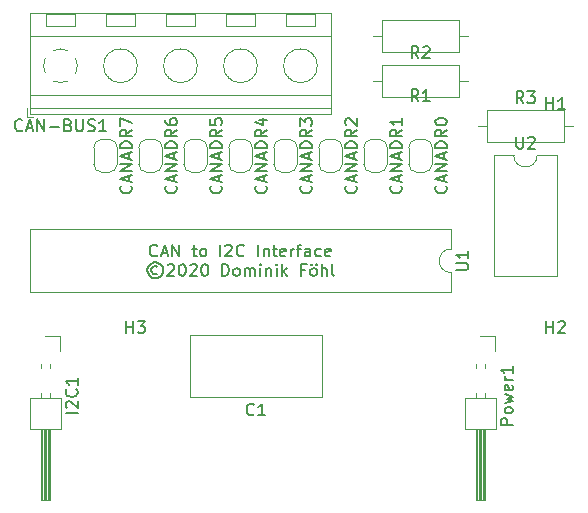
<source format=gbr>
G04 #@! TF.GenerationSoftware,KiCad,Pcbnew,(5.1.5)-3*
G04 #@! TF.CreationDate,2020-06-02T00:14:17+02:00*
G04 #@! TF.ProjectId,I2CMaster,4932434d-6173-4746-9572-2e6b69636164,rev?*
G04 #@! TF.SameCoordinates,Original*
G04 #@! TF.FileFunction,Legend,Top*
G04 #@! TF.FilePolarity,Positive*
%FSLAX46Y46*%
G04 Gerber Fmt 4.6, Leading zero omitted, Abs format (unit mm)*
G04 Created by KiCad (PCBNEW (5.1.5)-3) date 2020-06-02 00:14:17*
%MOMM*%
%LPD*%
G04 APERTURE LIST*
%ADD10C,0.150000*%
%ADD11C,0.120000*%
G04 APERTURE END LIST*
D10*
X330772380Y-252262142D02*
X330724761Y-252309761D01*
X330581904Y-252357380D01*
X330486666Y-252357380D01*
X330343809Y-252309761D01*
X330248571Y-252214523D01*
X330200952Y-252119285D01*
X330153333Y-251928809D01*
X330153333Y-251785952D01*
X330200952Y-251595476D01*
X330248571Y-251500238D01*
X330343809Y-251405000D01*
X330486666Y-251357380D01*
X330581904Y-251357380D01*
X330724761Y-251405000D01*
X330772380Y-251452619D01*
X331153333Y-252071666D02*
X331629523Y-252071666D01*
X331058095Y-252357380D02*
X331391428Y-251357380D01*
X331724761Y-252357380D01*
X332058095Y-252357380D02*
X332058095Y-251357380D01*
X332629523Y-252357380D01*
X332629523Y-251357380D01*
X333724761Y-251690714D02*
X334105714Y-251690714D01*
X333867619Y-251357380D02*
X333867619Y-252214523D01*
X333915238Y-252309761D01*
X334010476Y-252357380D01*
X334105714Y-252357380D01*
X334581904Y-252357380D02*
X334486666Y-252309761D01*
X334439047Y-252262142D01*
X334391428Y-252166904D01*
X334391428Y-251881190D01*
X334439047Y-251785952D01*
X334486666Y-251738333D01*
X334581904Y-251690714D01*
X334724761Y-251690714D01*
X334820000Y-251738333D01*
X334867619Y-251785952D01*
X334915238Y-251881190D01*
X334915238Y-252166904D01*
X334867619Y-252262142D01*
X334820000Y-252309761D01*
X334724761Y-252357380D01*
X334581904Y-252357380D01*
X336105714Y-252357380D02*
X336105714Y-251357380D01*
X336534285Y-251452619D02*
X336581904Y-251405000D01*
X336677142Y-251357380D01*
X336915238Y-251357380D01*
X337010476Y-251405000D01*
X337058095Y-251452619D01*
X337105714Y-251547857D01*
X337105714Y-251643095D01*
X337058095Y-251785952D01*
X336486666Y-252357380D01*
X337105714Y-252357380D01*
X338105714Y-252262142D02*
X338058095Y-252309761D01*
X337915238Y-252357380D01*
X337820000Y-252357380D01*
X337677142Y-252309761D01*
X337581904Y-252214523D01*
X337534285Y-252119285D01*
X337486666Y-251928809D01*
X337486666Y-251785952D01*
X337534285Y-251595476D01*
X337581904Y-251500238D01*
X337677142Y-251405000D01*
X337820000Y-251357380D01*
X337915238Y-251357380D01*
X338058095Y-251405000D01*
X338105714Y-251452619D01*
X339296190Y-252357380D02*
X339296190Y-251357380D01*
X339772380Y-251690714D02*
X339772380Y-252357380D01*
X339772380Y-251785952D02*
X339820000Y-251738333D01*
X339915238Y-251690714D01*
X340058095Y-251690714D01*
X340153333Y-251738333D01*
X340200952Y-251833571D01*
X340200952Y-252357380D01*
X340534285Y-251690714D02*
X340915238Y-251690714D01*
X340677142Y-251357380D02*
X340677142Y-252214523D01*
X340724761Y-252309761D01*
X340820000Y-252357380D01*
X340915238Y-252357380D01*
X341629523Y-252309761D02*
X341534285Y-252357380D01*
X341343809Y-252357380D01*
X341248571Y-252309761D01*
X341200952Y-252214523D01*
X341200952Y-251833571D01*
X341248571Y-251738333D01*
X341343809Y-251690714D01*
X341534285Y-251690714D01*
X341629523Y-251738333D01*
X341677142Y-251833571D01*
X341677142Y-251928809D01*
X341200952Y-252024047D01*
X342105714Y-252357380D02*
X342105714Y-251690714D01*
X342105714Y-251881190D02*
X342153333Y-251785952D01*
X342200952Y-251738333D01*
X342296190Y-251690714D01*
X342391428Y-251690714D01*
X342581904Y-251690714D02*
X342962857Y-251690714D01*
X342724761Y-252357380D02*
X342724761Y-251500238D01*
X342772380Y-251405000D01*
X342867619Y-251357380D01*
X342962857Y-251357380D01*
X343724761Y-252357380D02*
X343724761Y-251833571D01*
X343677142Y-251738333D01*
X343581904Y-251690714D01*
X343391428Y-251690714D01*
X343296190Y-251738333D01*
X343724761Y-252309761D02*
X343629523Y-252357380D01*
X343391428Y-252357380D01*
X343296190Y-252309761D01*
X343248571Y-252214523D01*
X343248571Y-252119285D01*
X343296190Y-252024047D01*
X343391428Y-251976428D01*
X343629523Y-251976428D01*
X343724761Y-251928809D01*
X344629523Y-252309761D02*
X344534285Y-252357380D01*
X344343809Y-252357380D01*
X344248571Y-252309761D01*
X344200952Y-252262142D01*
X344153333Y-252166904D01*
X344153333Y-251881190D01*
X344200952Y-251785952D01*
X344248571Y-251738333D01*
X344343809Y-251690714D01*
X344534285Y-251690714D01*
X344629523Y-251738333D01*
X345439047Y-252309761D02*
X345343809Y-252357380D01*
X345153333Y-252357380D01*
X345058095Y-252309761D01*
X345010476Y-252214523D01*
X345010476Y-251833571D01*
X345058095Y-251738333D01*
X345153333Y-251690714D01*
X345343809Y-251690714D01*
X345439047Y-251738333D01*
X345486666Y-251833571D01*
X345486666Y-251928809D01*
X345010476Y-252024047D01*
X330796190Y-253245476D02*
X330700952Y-253197857D01*
X330510476Y-253197857D01*
X330415238Y-253245476D01*
X330320000Y-253340714D01*
X330272380Y-253435952D01*
X330272380Y-253626428D01*
X330320000Y-253721666D01*
X330415238Y-253816904D01*
X330510476Y-253864523D01*
X330700952Y-253864523D01*
X330796190Y-253816904D01*
X330605714Y-252864523D02*
X330367619Y-252912142D01*
X330129523Y-253055000D01*
X329986666Y-253293095D01*
X329939047Y-253531190D01*
X329986666Y-253769285D01*
X330129523Y-254007380D01*
X330367619Y-254150238D01*
X330605714Y-254197857D01*
X330843809Y-254150238D01*
X331081904Y-254007380D01*
X331224761Y-253769285D01*
X331272380Y-253531190D01*
X331224761Y-253293095D01*
X331081904Y-253055000D01*
X330843809Y-252912142D01*
X330605714Y-252864523D01*
X331653333Y-253102619D02*
X331700952Y-253055000D01*
X331796190Y-253007380D01*
X332034285Y-253007380D01*
X332129523Y-253055000D01*
X332177142Y-253102619D01*
X332224761Y-253197857D01*
X332224761Y-253293095D01*
X332177142Y-253435952D01*
X331605714Y-254007380D01*
X332224761Y-254007380D01*
X332843809Y-253007380D02*
X332939047Y-253007380D01*
X333034285Y-253055000D01*
X333081904Y-253102619D01*
X333129523Y-253197857D01*
X333177142Y-253388333D01*
X333177142Y-253626428D01*
X333129523Y-253816904D01*
X333081904Y-253912142D01*
X333034285Y-253959761D01*
X332939047Y-254007380D01*
X332843809Y-254007380D01*
X332748571Y-253959761D01*
X332700952Y-253912142D01*
X332653333Y-253816904D01*
X332605714Y-253626428D01*
X332605714Y-253388333D01*
X332653333Y-253197857D01*
X332700952Y-253102619D01*
X332748571Y-253055000D01*
X332843809Y-253007380D01*
X333558095Y-253102619D02*
X333605714Y-253055000D01*
X333700952Y-253007380D01*
X333939047Y-253007380D01*
X334034285Y-253055000D01*
X334081904Y-253102619D01*
X334129523Y-253197857D01*
X334129523Y-253293095D01*
X334081904Y-253435952D01*
X333510476Y-254007380D01*
X334129523Y-254007380D01*
X334748571Y-253007380D02*
X334843809Y-253007380D01*
X334939047Y-253055000D01*
X334986666Y-253102619D01*
X335034285Y-253197857D01*
X335081904Y-253388333D01*
X335081904Y-253626428D01*
X335034285Y-253816904D01*
X334986666Y-253912142D01*
X334939047Y-253959761D01*
X334843809Y-254007380D01*
X334748571Y-254007380D01*
X334653333Y-253959761D01*
X334605714Y-253912142D01*
X334558095Y-253816904D01*
X334510476Y-253626428D01*
X334510476Y-253388333D01*
X334558095Y-253197857D01*
X334605714Y-253102619D01*
X334653333Y-253055000D01*
X334748571Y-253007380D01*
X336272380Y-254007380D02*
X336272380Y-253007380D01*
X336510476Y-253007380D01*
X336653333Y-253055000D01*
X336748571Y-253150238D01*
X336796190Y-253245476D01*
X336843809Y-253435952D01*
X336843809Y-253578809D01*
X336796190Y-253769285D01*
X336748571Y-253864523D01*
X336653333Y-253959761D01*
X336510476Y-254007380D01*
X336272380Y-254007380D01*
X337415238Y-254007380D02*
X337320000Y-253959761D01*
X337272380Y-253912142D01*
X337224761Y-253816904D01*
X337224761Y-253531190D01*
X337272380Y-253435952D01*
X337320000Y-253388333D01*
X337415238Y-253340714D01*
X337558095Y-253340714D01*
X337653333Y-253388333D01*
X337700952Y-253435952D01*
X337748571Y-253531190D01*
X337748571Y-253816904D01*
X337700952Y-253912142D01*
X337653333Y-253959761D01*
X337558095Y-254007380D01*
X337415238Y-254007380D01*
X338177142Y-254007380D02*
X338177142Y-253340714D01*
X338177142Y-253435952D02*
X338224761Y-253388333D01*
X338320000Y-253340714D01*
X338462857Y-253340714D01*
X338558095Y-253388333D01*
X338605714Y-253483571D01*
X338605714Y-254007380D01*
X338605714Y-253483571D02*
X338653333Y-253388333D01*
X338748571Y-253340714D01*
X338891428Y-253340714D01*
X338986666Y-253388333D01*
X339034285Y-253483571D01*
X339034285Y-254007380D01*
X339510476Y-254007380D02*
X339510476Y-253340714D01*
X339510476Y-253007380D02*
X339462857Y-253055000D01*
X339510476Y-253102619D01*
X339558095Y-253055000D01*
X339510476Y-253007380D01*
X339510476Y-253102619D01*
X339986666Y-253340714D02*
X339986666Y-254007380D01*
X339986666Y-253435952D02*
X340034285Y-253388333D01*
X340129523Y-253340714D01*
X340272380Y-253340714D01*
X340367619Y-253388333D01*
X340415238Y-253483571D01*
X340415238Y-254007380D01*
X340891428Y-254007380D02*
X340891428Y-253340714D01*
X340891428Y-253007380D02*
X340843809Y-253055000D01*
X340891428Y-253102619D01*
X340939047Y-253055000D01*
X340891428Y-253007380D01*
X340891428Y-253102619D01*
X341367619Y-254007380D02*
X341367619Y-253007380D01*
X341462857Y-253626428D02*
X341748571Y-254007380D01*
X341748571Y-253340714D02*
X341367619Y-253721666D01*
X343272380Y-253483571D02*
X342939047Y-253483571D01*
X342939047Y-254007380D02*
X342939047Y-253007380D01*
X343415238Y-253007380D01*
X343939047Y-254007380D02*
X343843809Y-253959761D01*
X343796190Y-253912142D01*
X343748571Y-253816904D01*
X343748571Y-253531190D01*
X343796190Y-253435952D01*
X343843809Y-253388333D01*
X343939047Y-253340714D01*
X344081904Y-253340714D01*
X344177142Y-253388333D01*
X344224761Y-253435952D01*
X344272380Y-253531190D01*
X344272380Y-253816904D01*
X344224761Y-253912142D01*
X344177142Y-253959761D01*
X344081904Y-254007380D01*
X343939047Y-254007380D01*
X343843809Y-253007380D02*
X343891428Y-253055000D01*
X343843809Y-253102619D01*
X343796190Y-253055000D01*
X343843809Y-253007380D01*
X343843809Y-253102619D01*
X344224761Y-253007380D02*
X344272380Y-253055000D01*
X344224761Y-253102619D01*
X344177142Y-253055000D01*
X344224761Y-253007380D01*
X344224761Y-253102619D01*
X344700952Y-254007380D02*
X344700952Y-253007380D01*
X345129523Y-254007380D02*
X345129523Y-253483571D01*
X345081904Y-253388333D01*
X344986666Y-253340714D01*
X344843809Y-253340714D01*
X344748571Y-253388333D01*
X344700952Y-253435952D01*
X345748571Y-254007380D02*
X345653333Y-253959761D01*
X345605714Y-253864523D01*
X345605714Y-253007380D01*
D11*
X365990000Y-241300000D02*
X365220000Y-241300000D01*
X357910000Y-241300000D02*
X358680000Y-241300000D01*
X365220000Y-239930000D02*
X358680000Y-239930000D01*
X365220000Y-242670000D02*
X365220000Y-239930000D01*
X358680000Y-242670000D02*
X365220000Y-242670000D01*
X358680000Y-239930000D02*
X358680000Y-242670000D01*
X359410000Y-259080000D02*
X359410000Y-260350000D01*
X358140000Y-259080000D02*
X359410000Y-259080000D01*
X357760000Y-261460000D02*
X357760000Y-261847071D01*
X358520000Y-261460000D02*
X358520000Y-261847071D01*
X357760000Y-263932929D02*
X357760000Y-264330000D01*
X358520000Y-263932929D02*
X358520000Y-264330000D01*
X357860000Y-266990000D02*
X357860000Y-272990000D01*
X357980000Y-266990000D02*
X357980000Y-272990000D01*
X358100000Y-266990000D02*
X358100000Y-272990000D01*
X358220000Y-266990000D02*
X358220000Y-272990000D01*
X358340000Y-266990000D02*
X358340000Y-272990000D01*
X358460000Y-266990000D02*
X358460000Y-272990000D01*
X357760000Y-272990000D02*
X357760000Y-266990000D01*
X358520000Y-272990000D02*
X357760000Y-272990000D01*
X358520000Y-266990000D02*
X358520000Y-272990000D01*
X359470000Y-266990000D02*
X359470000Y-264330000D01*
X356810000Y-266990000D02*
X359470000Y-266990000D01*
X356810000Y-264330000D02*
X356810000Y-266990000D01*
X359470000Y-264330000D02*
X356810000Y-264330000D01*
X333510000Y-264240000D02*
X333510000Y-259000000D01*
X344750000Y-264240000D02*
X344750000Y-259000000D01*
X344750000Y-259000000D02*
X333510000Y-259000000D01*
X344750000Y-264240000D02*
X333510000Y-264240000D01*
X364600000Y-243780000D02*
X362950000Y-243780000D01*
X364600000Y-254060000D02*
X364600000Y-243780000D01*
X359300000Y-254060000D02*
X364600000Y-254060000D01*
X359300000Y-243780000D02*
X359300000Y-254060000D01*
X360950000Y-243780000D02*
X359300000Y-243780000D01*
X362950000Y-243780000D02*
G75*
G02X360950000Y-243780000I-1000000J0D01*
G01*
X355660000Y-255380000D02*
X355660000Y-253730000D01*
X319980000Y-255380000D02*
X355660000Y-255380000D01*
X319980000Y-250080000D02*
X319980000Y-255380000D01*
X355660000Y-250080000D02*
X319980000Y-250080000D01*
X355660000Y-251730000D02*
X355660000Y-250080000D01*
X355660000Y-253730000D02*
G75*
G02X355660000Y-251730000I0J1000000D01*
G01*
X357100000Y-237490000D02*
X356330000Y-237490000D01*
X349020000Y-237490000D02*
X349790000Y-237490000D01*
X356330000Y-236120000D02*
X349790000Y-236120000D01*
X356330000Y-238860000D02*
X356330000Y-236120000D01*
X349790000Y-238860000D02*
X356330000Y-238860000D01*
X349790000Y-236120000D02*
X349790000Y-238860000D01*
X349020000Y-233680000D02*
X349790000Y-233680000D01*
X357100000Y-233680000D02*
X356330000Y-233680000D01*
X349790000Y-235050000D02*
X356330000Y-235050000D01*
X349790000Y-232310000D02*
X349790000Y-235050000D01*
X356330000Y-232310000D02*
X349790000Y-232310000D01*
X356330000Y-235050000D02*
X356330000Y-232310000D01*
X319740000Y-240570000D02*
X320240000Y-240570000D01*
X319740000Y-239830000D02*
X319740000Y-240570000D01*
X344150000Y-231820000D02*
X344150000Y-232820000D01*
X341650000Y-231820000D02*
X341650000Y-232820000D01*
X341650000Y-232820000D02*
X344150000Y-232820000D01*
X341650000Y-231820000D02*
X344150000Y-231820000D01*
X341876000Y-237070000D02*
X341816000Y-237130000D01*
X343811000Y-235135000D02*
X343771000Y-235175000D01*
X342030000Y-237265000D02*
X341990000Y-237305000D01*
X343985000Y-235310000D02*
X343925000Y-235369000D01*
X339070000Y-231820000D02*
X339070000Y-232820000D01*
X336570000Y-231820000D02*
X336570000Y-232820000D01*
X336570000Y-232820000D02*
X339070000Y-232820000D01*
X336570000Y-231820000D02*
X339070000Y-231820000D01*
X336796000Y-237070000D02*
X336736000Y-237130000D01*
X338731000Y-235135000D02*
X338691000Y-235175000D01*
X336950000Y-237265000D02*
X336910000Y-237305000D01*
X338905000Y-235310000D02*
X338845000Y-235369000D01*
X333990000Y-231820000D02*
X333990000Y-232820000D01*
X331490000Y-231820000D02*
X331490000Y-232820000D01*
X331490000Y-232820000D02*
X333990000Y-232820000D01*
X331490000Y-231820000D02*
X333990000Y-231820000D01*
X331716000Y-237070000D02*
X331656000Y-237130000D01*
X333651000Y-235135000D02*
X333611000Y-235175000D01*
X331870000Y-237265000D02*
X331830000Y-237305000D01*
X333825000Y-235310000D02*
X333765000Y-235369000D01*
X328910000Y-231820000D02*
X328910000Y-232820000D01*
X326410000Y-231820000D02*
X326410000Y-232820000D01*
X326410000Y-232820000D02*
X328910000Y-232820000D01*
X326410000Y-231820000D02*
X328910000Y-231820000D01*
X326636000Y-237070000D02*
X326576000Y-237130000D01*
X328571000Y-235135000D02*
X328531000Y-235175000D01*
X326790000Y-237265000D02*
X326750000Y-237305000D01*
X328745000Y-235310000D02*
X328685000Y-235369000D01*
X323830000Y-231820000D02*
X323830000Y-232820000D01*
X321330000Y-231820000D02*
X321330000Y-232820000D01*
X321330000Y-232820000D02*
X323830000Y-232820000D01*
X321330000Y-231820000D02*
X323830000Y-231820000D01*
X345500000Y-231760000D02*
X345500000Y-240330000D01*
X319980000Y-231760000D02*
X319980000Y-240330000D01*
X319980000Y-240330000D02*
X345500000Y-240330000D01*
X319980000Y-231760000D02*
X345500000Y-231760000D01*
X319980000Y-233670000D02*
X345500000Y-233670000D01*
X319980000Y-238670000D02*
X345500000Y-238670000D01*
X319980000Y-239770000D02*
X345500000Y-239770000D01*
X344330000Y-236220000D02*
G75*
G03X344330000Y-236220000I-1430000J0D01*
G01*
X339250000Y-236220000D02*
G75*
G03X339250000Y-236220000I-1430000J0D01*
G01*
X334170000Y-236220000D02*
G75*
G03X334170000Y-236220000I-1430000J0D01*
G01*
X329090000Y-236220000D02*
G75*
G03X329090000Y-236220000I-1430000J0D01*
G01*
X322604280Y-237650940D02*
G75*
G02X321952000Y-237506000I-24280J1430940D01*
G01*
X321293389Y-236846746D02*
G75*
G02X321294000Y-235592000I1286611J626746D01*
G01*
X321952638Y-234934176D02*
G75*
G02X323207000Y-234934000I627362J-1285824D01*
G01*
X323865824Y-235592638D02*
G75*
G02X323866000Y-236847000I-1285824J-627362D01*
G01*
X323206871Y-237505275D02*
G75*
G02X322580000Y-237650000I-626871J1285275D01*
G01*
X327390000Y-243140000D02*
X327390000Y-244540000D01*
X326690000Y-245240000D02*
X326090000Y-245240000D01*
X325390000Y-244540000D02*
X325390000Y-243140000D01*
X326090000Y-242440000D02*
X326690000Y-242440000D01*
X326690000Y-242440000D02*
G75*
G02X327390000Y-243140000I0J-700000D01*
G01*
X325390000Y-243140000D02*
G75*
G02X326090000Y-242440000I700000J0D01*
G01*
X326090000Y-245240000D02*
G75*
G02X325390000Y-244540000I0J700000D01*
G01*
X327390000Y-244540000D02*
G75*
G02X326690000Y-245240000I-700000J0D01*
G01*
X331200000Y-243140000D02*
X331200000Y-244540000D01*
X330500000Y-245240000D02*
X329900000Y-245240000D01*
X329200000Y-244540000D02*
X329200000Y-243140000D01*
X329900000Y-242440000D02*
X330500000Y-242440000D01*
X330500000Y-242440000D02*
G75*
G02X331200000Y-243140000I0J-700000D01*
G01*
X329200000Y-243140000D02*
G75*
G02X329900000Y-242440000I700000J0D01*
G01*
X329900000Y-245240000D02*
G75*
G02X329200000Y-244540000I0J700000D01*
G01*
X331200000Y-244540000D02*
G75*
G02X330500000Y-245240000I-700000J0D01*
G01*
X335010000Y-243140000D02*
X335010000Y-244540000D01*
X334310000Y-245240000D02*
X333710000Y-245240000D01*
X333010000Y-244540000D02*
X333010000Y-243140000D01*
X333710000Y-242440000D02*
X334310000Y-242440000D01*
X334310000Y-242440000D02*
G75*
G02X335010000Y-243140000I0J-700000D01*
G01*
X333010000Y-243140000D02*
G75*
G02X333710000Y-242440000I700000J0D01*
G01*
X333710000Y-245240000D02*
G75*
G02X333010000Y-244540000I0J700000D01*
G01*
X335010000Y-244540000D02*
G75*
G02X334310000Y-245240000I-700000J0D01*
G01*
X338820000Y-243140000D02*
X338820000Y-244540000D01*
X338120000Y-245240000D02*
X337520000Y-245240000D01*
X336820000Y-244540000D02*
X336820000Y-243140000D01*
X337520000Y-242440000D02*
X338120000Y-242440000D01*
X338120000Y-242440000D02*
G75*
G02X338820000Y-243140000I0J-700000D01*
G01*
X336820000Y-243140000D02*
G75*
G02X337520000Y-242440000I700000J0D01*
G01*
X337520000Y-245240000D02*
G75*
G02X336820000Y-244540000I0J700000D01*
G01*
X338820000Y-244540000D02*
G75*
G02X338120000Y-245240000I-700000J0D01*
G01*
X342630000Y-243140000D02*
X342630000Y-244540000D01*
X341930000Y-245240000D02*
X341330000Y-245240000D01*
X340630000Y-244540000D02*
X340630000Y-243140000D01*
X341330000Y-242440000D02*
X341930000Y-242440000D01*
X341930000Y-242440000D02*
G75*
G02X342630000Y-243140000I0J-700000D01*
G01*
X340630000Y-243140000D02*
G75*
G02X341330000Y-242440000I700000J0D01*
G01*
X341330000Y-245240000D02*
G75*
G02X340630000Y-244540000I0J700000D01*
G01*
X342630000Y-244540000D02*
G75*
G02X341930000Y-245240000I-700000J0D01*
G01*
X346440000Y-243140000D02*
X346440000Y-244540000D01*
X345740000Y-245240000D02*
X345140000Y-245240000D01*
X344440000Y-244540000D02*
X344440000Y-243140000D01*
X345140000Y-242440000D02*
X345740000Y-242440000D01*
X345740000Y-242440000D02*
G75*
G02X346440000Y-243140000I0J-700000D01*
G01*
X344440000Y-243140000D02*
G75*
G02X345140000Y-242440000I700000J0D01*
G01*
X345140000Y-245240000D02*
G75*
G02X344440000Y-244540000I0J700000D01*
G01*
X346440000Y-244540000D02*
G75*
G02X345740000Y-245240000I-700000J0D01*
G01*
X350250000Y-243140000D02*
X350250000Y-244540000D01*
X349550000Y-245240000D02*
X348950000Y-245240000D01*
X348250000Y-244540000D02*
X348250000Y-243140000D01*
X348950000Y-242440000D02*
X349550000Y-242440000D01*
X349550000Y-242440000D02*
G75*
G02X350250000Y-243140000I0J-700000D01*
G01*
X348250000Y-243140000D02*
G75*
G02X348950000Y-242440000I700000J0D01*
G01*
X348950000Y-245240000D02*
G75*
G02X348250000Y-244540000I0J700000D01*
G01*
X350250000Y-244540000D02*
G75*
G02X349550000Y-245240000I-700000J0D01*
G01*
X354060000Y-243140000D02*
X354060000Y-244540000D01*
X353360000Y-245240000D02*
X352760000Y-245240000D01*
X352060000Y-244540000D02*
X352060000Y-243140000D01*
X352760000Y-242440000D02*
X353360000Y-242440000D01*
X353360000Y-242440000D02*
G75*
G02X354060000Y-243140000I0J-700000D01*
G01*
X352060000Y-243140000D02*
G75*
G02X352760000Y-242440000I700000J0D01*
G01*
X352760000Y-245240000D02*
G75*
G02X352060000Y-244540000I0J700000D01*
G01*
X354060000Y-244540000D02*
G75*
G02X353360000Y-245240000I-700000J0D01*
G01*
X322580000Y-259080000D02*
X322580000Y-260350000D01*
X321310000Y-259080000D02*
X322580000Y-259080000D01*
X320930000Y-261460000D02*
X320930000Y-261847071D01*
X321690000Y-261460000D02*
X321690000Y-261847071D01*
X320930000Y-263932929D02*
X320930000Y-264330000D01*
X321690000Y-263932929D02*
X321690000Y-264330000D01*
X321030000Y-266990000D02*
X321030000Y-272990000D01*
X321150000Y-266990000D02*
X321150000Y-272990000D01*
X321270000Y-266990000D02*
X321270000Y-272990000D01*
X321390000Y-266990000D02*
X321390000Y-272990000D01*
X321510000Y-266990000D02*
X321510000Y-272990000D01*
X321630000Y-266990000D02*
X321630000Y-272990000D01*
X320930000Y-272990000D02*
X320930000Y-266990000D01*
X321690000Y-272990000D02*
X320930000Y-272990000D01*
X321690000Y-266990000D02*
X321690000Y-272990000D01*
X322640000Y-266990000D02*
X322640000Y-264330000D01*
X319980000Y-266990000D02*
X322640000Y-266990000D01*
X319980000Y-264330000D02*
X319980000Y-266990000D01*
X322640000Y-264330000D02*
X319980000Y-264330000D01*
D10*
X361783333Y-239382380D02*
X361450000Y-238906190D01*
X361211904Y-239382380D02*
X361211904Y-238382380D01*
X361592857Y-238382380D01*
X361688095Y-238430000D01*
X361735714Y-238477619D01*
X361783333Y-238572857D01*
X361783333Y-238715714D01*
X361735714Y-238810952D01*
X361688095Y-238858571D01*
X361592857Y-238906190D01*
X361211904Y-238906190D01*
X362116666Y-238382380D02*
X362735714Y-238382380D01*
X362402380Y-238763333D01*
X362545238Y-238763333D01*
X362640476Y-238810952D01*
X362688095Y-238858571D01*
X362735714Y-238953809D01*
X362735714Y-239191904D01*
X362688095Y-239287142D01*
X362640476Y-239334761D01*
X362545238Y-239382380D01*
X362259523Y-239382380D01*
X362164285Y-239334761D01*
X362116666Y-239287142D01*
X360862380Y-266612380D02*
X359862380Y-266612380D01*
X359862380Y-266231428D01*
X359910000Y-266136190D01*
X359957619Y-266088571D01*
X360052857Y-266040952D01*
X360195714Y-266040952D01*
X360290952Y-266088571D01*
X360338571Y-266136190D01*
X360386190Y-266231428D01*
X360386190Y-266612380D01*
X360862380Y-265469523D02*
X360814761Y-265564761D01*
X360767142Y-265612380D01*
X360671904Y-265660000D01*
X360386190Y-265660000D01*
X360290952Y-265612380D01*
X360243333Y-265564761D01*
X360195714Y-265469523D01*
X360195714Y-265326666D01*
X360243333Y-265231428D01*
X360290952Y-265183809D01*
X360386190Y-265136190D01*
X360671904Y-265136190D01*
X360767142Y-265183809D01*
X360814761Y-265231428D01*
X360862380Y-265326666D01*
X360862380Y-265469523D01*
X360195714Y-264802857D02*
X360862380Y-264612380D01*
X360386190Y-264421904D01*
X360862380Y-264231428D01*
X360195714Y-264040952D01*
X360814761Y-263279047D02*
X360862380Y-263374285D01*
X360862380Y-263564761D01*
X360814761Y-263660000D01*
X360719523Y-263707619D01*
X360338571Y-263707619D01*
X360243333Y-263660000D01*
X360195714Y-263564761D01*
X360195714Y-263374285D01*
X360243333Y-263279047D01*
X360338571Y-263231428D01*
X360433809Y-263231428D01*
X360529047Y-263707619D01*
X360862380Y-262802857D02*
X360195714Y-262802857D01*
X360386190Y-262802857D02*
X360290952Y-262755238D01*
X360243333Y-262707619D01*
X360195714Y-262612380D01*
X360195714Y-262517142D01*
X360862380Y-261660000D02*
X360862380Y-262231428D01*
X360862380Y-261945714D02*
X359862380Y-261945714D01*
X360005238Y-262040952D01*
X360100476Y-262136190D01*
X360148095Y-262231428D01*
X338963333Y-265727142D02*
X338915714Y-265774761D01*
X338772857Y-265822380D01*
X338677619Y-265822380D01*
X338534761Y-265774761D01*
X338439523Y-265679523D01*
X338391904Y-265584285D01*
X338344285Y-265393809D01*
X338344285Y-265250952D01*
X338391904Y-265060476D01*
X338439523Y-264965238D01*
X338534761Y-264870000D01*
X338677619Y-264822380D01*
X338772857Y-264822380D01*
X338915714Y-264870000D01*
X338963333Y-264917619D01*
X339915714Y-265822380D02*
X339344285Y-265822380D01*
X339630000Y-265822380D02*
X339630000Y-264822380D01*
X339534761Y-264965238D01*
X339439523Y-265060476D01*
X339344285Y-265108095D01*
X328168095Y-258842380D02*
X328168095Y-257842380D01*
X328168095Y-258318571D02*
X328739523Y-258318571D01*
X328739523Y-258842380D02*
X328739523Y-257842380D01*
X329120476Y-257842380D02*
X329739523Y-257842380D01*
X329406190Y-258223333D01*
X329549047Y-258223333D01*
X329644285Y-258270952D01*
X329691904Y-258318571D01*
X329739523Y-258413809D01*
X329739523Y-258651904D01*
X329691904Y-258747142D01*
X329644285Y-258794761D01*
X329549047Y-258842380D01*
X329263333Y-258842380D01*
X329168095Y-258794761D01*
X329120476Y-258747142D01*
X363728095Y-258842380D02*
X363728095Y-257842380D01*
X363728095Y-258318571D02*
X364299523Y-258318571D01*
X364299523Y-258842380D02*
X364299523Y-257842380D01*
X364728095Y-257937619D02*
X364775714Y-257890000D01*
X364870952Y-257842380D01*
X365109047Y-257842380D01*
X365204285Y-257890000D01*
X365251904Y-257937619D01*
X365299523Y-258032857D01*
X365299523Y-258128095D01*
X365251904Y-258270952D01*
X364680476Y-258842380D01*
X365299523Y-258842380D01*
X363728095Y-239902380D02*
X363728095Y-238902380D01*
X363728095Y-239378571D02*
X364299523Y-239378571D01*
X364299523Y-239902380D02*
X364299523Y-238902380D01*
X365299523Y-239902380D02*
X364728095Y-239902380D01*
X365013809Y-239902380D02*
X365013809Y-238902380D01*
X364918571Y-239045238D01*
X364823333Y-239140476D01*
X364728095Y-239188095D01*
X361188095Y-242232380D02*
X361188095Y-243041904D01*
X361235714Y-243137142D01*
X361283333Y-243184761D01*
X361378571Y-243232380D01*
X361569047Y-243232380D01*
X361664285Y-243184761D01*
X361711904Y-243137142D01*
X361759523Y-243041904D01*
X361759523Y-242232380D01*
X362188095Y-242327619D02*
X362235714Y-242280000D01*
X362330952Y-242232380D01*
X362569047Y-242232380D01*
X362664285Y-242280000D01*
X362711904Y-242327619D01*
X362759523Y-242422857D01*
X362759523Y-242518095D01*
X362711904Y-242660952D01*
X362140476Y-243232380D01*
X362759523Y-243232380D01*
X356112380Y-253491904D02*
X356921904Y-253491904D01*
X357017142Y-253444285D01*
X357064761Y-253396666D01*
X357112380Y-253301428D01*
X357112380Y-253110952D01*
X357064761Y-253015714D01*
X357017142Y-252968095D01*
X356921904Y-252920476D01*
X356112380Y-252920476D01*
X357112380Y-251920476D02*
X357112380Y-252491904D01*
X357112380Y-252206190D02*
X356112380Y-252206190D01*
X356255238Y-252301428D01*
X356350476Y-252396666D01*
X356398095Y-252491904D01*
X352893333Y-235572380D02*
X352560000Y-235096190D01*
X352321904Y-235572380D02*
X352321904Y-234572380D01*
X352702857Y-234572380D01*
X352798095Y-234620000D01*
X352845714Y-234667619D01*
X352893333Y-234762857D01*
X352893333Y-234905714D01*
X352845714Y-235000952D01*
X352798095Y-235048571D01*
X352702857Y-235096190D01*
X352321904Y-235096190D01*
X353274285Y-234667619D02*
X353321904Y-234620000D01*
X353417142Y-234572380D01*
X353655238Y-234572380D01*
X353750476Y-234620000D01*
X353798095Y-234667619D01*
X353845714Y-234762857D01*
X353845714Y-234858095D01*
X353798095Y-235000952D01*
X353226666Y-235572380D01*
X353845714Y-235572380D01*
X352893333Y-239212380D02*
X352560000Y-238736190D01*
X352321904Y-239212380D02*
X352321904Y-238212380D01*
X352702857Y-238212380D01*
X352798095Y-238260000D01*
X352845714Y-238307619D01*
X352893333Y-238402857D01*
X352893333Y-238545714D01*
X352845714Y-238640952D01*
X352798095Y-238688571D01*
X352702857Y-238736190D01*
X352321904Y-238736190D01*
X353845714Y-239212380D02*
X353274285Y-239212380D01*
X353560000Y-239212380D02*
X353560000Y-238212380D01*
X353464761Y-238355238D01*
X353369523Y-238450476D01*
X353274285Y-238498095D01*
X319341904Y-241657142D02*
X319294285Y-241704761D01*
X319151428Y-241752380D01*
X319056190Y-241752380D01*
X318913333Y-241704761D01*
X318818095Y-241609523D01*
X318770476Y-241514285D01*
X318722857Y-241323809D01*
X318722857Y-241180952D01*
X318770476Y-240990476D01*
X318818095Y-240895238D01*
X318913333Y-240800000D01*
X319056190Y-240752380D01*
X319151428Y-240752380D01*
X319294285Y-240800000D01*
X319341904Y-240847619D01*
X319722857Y-241466666D02*
X320199047Y-241466666D01*
X319627619Y-241752380D02*
X319960952Y-240752380D01*
X320294285Y-241752380D01*
X320627619Y-241752380D02*
X320627619Y-240752380D01*
X321199047Y-241752380D01*
X321199047Y-240752380D01*
X321675238Y-241371428D02*
X322437142Y-241371428D01*
X323246666Y-241228571D02*
X323389523Y-241276190D01*
X323437142Y-241323809D01*
X323484761Y-241419047D01*
X323484761Y-241561904D01*
X323437142Y-241657142D01*
X323389523Y-241704761D01*
X323294285Y-241752380D01*
X322913333Y-241752380D01*
X322913333Y-240752380D01*
X323246666Y-240752380D01*
X323341904Y-240800000D01*
X323389523Y-240847619D01*
X323437142Y-240942857D01*
X323437142Y-241038095D01*
X323389523Y-241133333D01*
X323341904Y-241180952D01*
X323246666Y-241228571D01*
X322913333Y-241228571D01*
X323913333Y-240752380D02*
X323913333Y-241561904D01*
X323960952Y-241657142D01*
X324008571Y-241704761D01*
X324103809Y-241752380D01*
X324294285Y-241752380D01*
X324389523Y-241704761D01*
X324437142Y-241657142D01*
X324484761Y-241561904D01*
X324484761Y-240752380D01*
X324913333Y-241704761D02*
X325056190Y-241752380D01*
X325294285Y-241752380D01*
X325389523Y-241704761D01*
X325437142Y-241657142D01*
X325484761Y-241561904D01*
X325484761Y-241466666D01*
X325437142Y-241371428D01*
X325389523Y-241323809D01*
X325294285Y-241276190D01*
X325103809Y-241228571D01*
X325008571Y-241180952D01*
X324960952Y-241133333D01*
X324913333Y-241038095D01*
X324913333Y-240942857D01*
X324960952Y-240847619D01*
X325008571Y-240800000D01*
X325103809Y-240752380D01*
X325341904Y-240752380D01*
X325484761Y-240800000D01*
X326437142Y-241752380D02*
X325865714Y-241752380D01*
X326151428Y-241752380D02*
X326151428Y-240752380D01*
X326056190Y-240895238D01*
X325960952Y-240990476D01*
X325865714Y-241038095D01*
X328547142Y-246387619D02*
X328594761Y-246435238D01*
X328642380Y-246578095D01*
X328642380Y-246673333D01*
X328594761Y-246816190D01*
X328499523Y-246911428D01*
X328404285Y-246959047D01*
X328213809Y-247006666D01*
X328070952Y-247006666D01*
X327880476Y-246959047D01*
X327785238Y-246911428D01*
X327690000Y-246816190D01*
X327642380Y-246673333D01*
X327642380Y-246578095D01*
X327690000Y-246435238D01*
X327737619Y-246387619D01*
X328356666Y-246006666D02*
X328356666Y-245530476D01*
X328642380Y-246101904D02*
X327642380Y-245768571D01*
X328642380Y-245435238D01*
X328642380Y-245101904D02*
X327642380Y-245101904D01*
X328642380Y-244530476D01*
X327642380Y-244530476D01*
X328356666Y-244101904D02*
X328356666Y-243625714D01*
X328642380Y-244197142D02*
X327642380Y-243863809D01*
X328642380Y-243530476D01*
X328642380Y-243197142D02*
X327642380Y-243197142D01*
X327642380Y-242959047D01*
X327690000Y-242816190D01*
X327785238Y-242720952D01*
X327880476Y-242673333D01*
X328070952Y-242625714D01*
X328213809Y-242625714D01*
X328404285Y-242673333D01*
X328499523Y-242720952D01*
X328594761Y-242816190D01*
X328642380Y-242959047D01*
X328642380Y-243197142D01*
X328642380Y-241625714D02*
X328166190Y-241959047D01*
X328642380Y-242197142D02*
X327642380Y-242197142D01*
X327642380Y-241816190D01*
X327690000Y-241720952D01*
X327737619Y-241673333D01*
X327832857Y-241625714D01*
X327975714Y-241625714D01*
X328070952Y-241673333D01*
X328118571Y-241720952D01*
X328166190Y-241816190D01*
X328166190Y-242197142D01*
X327642380Y-241292380D02*
X327642380Y-240625714D01*
X328642380Y-241054285D01*
X332357142Y-246387619D02*
X332404761Y-246435238D01*
X332452380Y-246578095D01*
X332452380Y-246673333D01*
X332404761Y-246816190D01*
X332309523Y-246911428D01*
X332214285Y-246959047D01*
X332023809Y-247006666D01*
X331880952Y-247006666D01*
X331690476Y-246959047D01*
X331595238Y-246911428D01*
X331500000Y-246816190D01*
X331452380Y-246673333D01*
X331452380Y-246578095D01*
X331500000Y-246435238D01*
X331547619Y-246387619D01*
X332166666Y-246006666D02*
X332166666Y-245530476D01*
X332452380Y-246101904D02*
X331452380Y-245768571D01*
X332452380Y-245435238D01*
X332452380Y-245101904D02*
X331452380Y-245101904D01*
X332452380Y-244530476D01*
X331452380Y-244530476D01*
X332166666Y-244101904D02*
X332166666Y-243625714D01*
X332452380Y-244197142D02*
X331452380Y-243863809D01*
X332452380Y-243530476D01*
X332452380Y-243197142D02*
X331452380Y-243197142D01*
X331452380Y-242959047D01*
X331500000Y-242816190D01*
X331595238Y-242720952D01*
X331690476Y-242673333D01*
X331880952Y-242625714D01*
X332023809Y-242625714D01*
X332214285Y-242673333D01*
X332309523Y-242720952D01*
X332404761Y-242816190D01*
X332452380Y-242959047D01*
X332452380Y-243197142D01*
X332452380Y-241625714D02*
X331976190Y-241959047D01*
X332452380Y-242197142D02*
X331452380Y-242197142D01*
X331452380Y-241816190D01*
X331500000Y-241720952D01*
X331547619Y-241673333D01*
X331642857Y-241625714D01*
X331785714Y-241625714D01*
X331880952Y-241673333D01*
X331928571Y-241720952D01*
X331976190Y-241816190D01*
X331976190Y-242197142D01*
X331452380Y-240768571D02*
X331452380Y-240959047D01*
X331500000Y-241054285D01*
X331547619Y-241101904D01*
X331690476Y-241197142D01*
X331880952Y-241244761D01*
X332261904Y-241244761D01*
X332357142Y-241197142D01*
X332404761Y-241149523D01*
X332452380Y-241054285D01*
X332452380Y-240863809D01*
X332404761Y-240768571D01*
X332357142Y-240720952D01*
X332261904Y-240673333D01*
X332023809Y-240673333D01*
X331928571Y-240720952D01*
X331880952Y-240768571D01*
X331833333Y-240863809D01*
X331833333Y-241054285D01*
X331880952Y-241149523D01*
X331928571Y-241197142D01*
X332023809Y-241244761D01*
X336167142Y-246387619D02*
X336214761Y-246435238D01*
X336262380Y-246578095D01*
X336262380Y-246673333D01*
X336214761Y-246816190D01*
X336119523Y-246911428D01*
X336024285Y-246959047D01*
X335833809Y-247006666D01*
X335690952Y-247006666D01*
X335500476Y-246959047D01*
X335405238Y-246911428D01*
X335310000Y-246816190D01*
X335262380Y-246673333D01*
X335262380Y-246578095D01*
X335310000Y-246435238D01*
X335357619Y-246387619D01*
X335976666Y-246006666D02*
X335976666Y-245530476D01*
X336262380Y-246101904D02*
X335262380Y-245768571D01*
X336262380Y-245435238D01*
X336262380Y-245101904D02*
X335262380Y-245101904D01*
X336262380Y-244530476D01*
X335262380Y-244530476D01*
X335976666Y-244101904D02*
X335976666Y-243625714D01*
X336262380Y-244197142D02*
X335262380Y-243863809D01*
X336262380Y-243530476D01*
X336262380Y-243197142D02*
X335262380Y-243197142D01*
X335262380Y-242959047D01*
X335310000Y-242816190D01*
X335405238Y-242720952D01*
X335500476Y-242673333D01*
X335690952Y-242625714D01*
X335833809Y-242625714D01*
X336024285Y-242673333D01*
X336119523Y-242720952D01*
X336214761Y-242816190D01*
X336262380Y-242959047D01*
X336262380Y-243197142D01*
X336262380Y-241625714D02*
X335786190Y-241959047D01*
X336262380Y-242197142D02*
X335262380Y-242197142D01*
X335262380Y-241816190D01*
X335310000Y-241720952D01*
X335357619Y-241673333D01*
X335452857Y-241625714D01*
X335595714Y-241625714D01*
X335690952Y-241673333D01*
X335738571Y-241720952D01*
X335786190Y-241816190D01*
X335786190Y-242197142D01*
X335262380Y-240720952D02*
X335262380Y-241197142D01*
X335738571Y-241244761D01*
X335690952Y-241197142D01*
X335643333Y-241101904D01*
X335643333Y-240863809D01*
X335690952Y-240768571D01*
X335738571Y-240720952D01*
X335833809Y-240673333D01*
X336071904Y-240673333D01*
X336167142Y-240720952D01*
X336214761Y-240768571D01*
X336262380Y-240863809D01*
X336262380Y-241101904D01*
X336214761Y-241197142D01*
X336167142Y-241244761D01*
X339977142Y-246387619D02*
X340024761Y-246435238D01*
X340072380Y-246578095D01*
X340072380Y-246673333D01*
X340024761Y-246816190D01*
X339929523Y-246911428D01*
X339834285Y-246959047D01*
X339643809Y-247006666D01*
X339500952Y-247006666D01*
X339310476Y-246959047D01*
X339215238Y-246911428D01*
X339120000Y-246816190D01*
X339072380Y-246673333D01*
X339072380Y-246578095D01*
X339120000Y-246435238D01*
X339167619Y-246387619D01*
X339786666Y-246006666D02*
X339786666Y-245530476D01*
X340072380Y-246101904D02*
X339072380Y-245768571D01*
X340072380Y-245435238D01*
X340072380Y-245101904D02*
X339072380Y-245101904D01*
X340072380Y-244530476D01*
X339072380Y-244530476D01*
X339786666Y-244101904D02*
X339786666Y-243625714D01*
X340072380Y-244197142D02*
X339072380Y-243863809D01*
X340072380Y-243530476D01*
X340072380Y-243197142D02*
X339072380Y-243197142D01*
X339072380Y-242959047D01*
X339120000Y-242816190D01*
X339215238Y-242720952D01*
X339310476Y-242673333D01*
X339500952Y-242625714D01*
X339643809Y-242625714D01*
X339834285Y-242673333D01*
X339929523Y-242720952D01*
X340024761Y-242816190D01*
X340072380Y-242959047D01*
X340072380Y-243197142D01*
X340072380Y-241625714D02*
X339596190Y-241959047D01*
X340072380Y-242197142D02*
X339072380Y-242197142D01*
X339072380Y-241816190D01*
X339120000Y-241720952D01*
X339167619Y-241673333D01*
X339262857Y-241625714D01*
X339405714Y-241625714D01*
X339500952Y-241673333D01*
X339548571Y-241720952D01*
X339596190Y-241816190D01*
X339596190Y-242197142D01*
X339405714Y-240768571D02*
X340072380Y-240768571D01*
X339024761Y-241006666D02*
X339739047Y-241244761D01*
X339739047Y-240625714D01*
X343787142Y-246387619D02*
X343834761Y-246435238D01*
X343882380Y-246578095D01*
X343882380Y-246673333D01*
X343834761Y-246816190D01*
X343739523Y-246911428D01*
X343644285Y-246959047D01*
X343453809Y-247006666D01*
X343310952Y-247006666D01*
X343120476Y-246959047D01*
X343025238Y-246911428D01*
X342930000Y-246816190D01*
X342882380Y-246673333D01*
X342882380Y-246578095D01*
X342930000Y-246435238D01*
X342977619Y-246387619D01*
X343596666Y-246006666D02*
X343596666Y-245530476D01*
X343882380Y-246101904D02*
X342882380Y-245768571D01*
X343882380Y-245435238D01*
X343882380Y-245101904D02*
X342882380Y-245101904D01*
X343882380Y-244530476D01*
X342882380Y-244530476D01*
X343596666Y-244101904D02*
X343596666Y-243625714D01*
X343882380Y-244197142D02*
X342882380Y-243863809D01*
X343882380Y-243530476D01*
X343882380Y-243197142D02*
X342882380Y-243197142D01*
X342882380Y-242959047D01*
X342930000Y-242816190D01*
X343025238Y-242720952D01*
X343120476Y-242673333D01*
X343310952Y-242625714D01*
X343453809Y-242625714D01*
X343644285Y-242673333D01*
X343739523Y-242720952D01*
X343834761Y-242816190D01*
X343882380Y-242959047D01*
X343882380Y-243197142D01*
X343882380Y-241625714D02*
X343406190Y-241959047D01*
X343882380Y-242197142D02*
X342882380Y-242197142D01*
X342882380Y-241816190D01*
X342930000Y-241720952D01*
X342977619Y-241673333D01*
X343072857Y-241625714D01*
X343215714Y-241625714D01*
X343310952Y-241673333D01*
X343358571Y-241720952D01*
X343406190Y-241816190D01*
X343406190Y-242197142D01*
X342882380Y-241292380D02*
X342882380Y-240673333D01*
X343263333Y-241006666D01*
X343263333Y-240863809D01*
X343310952Y-240768571D01*
X343358571Y-240720952D01*
X343453809Y-240673333D01*
X343691904Y-240673333D01*
X343787142Y-240720952D01*
X343834761Y-240768571D01*
X343882380Y-240863809D01*
X343882380Y-241149523D01*
X343834761Y-241244761D01*
X343787142Y-241292380D01*
X347597142Y-246387619D02*
X347644761Y-246435238D01*
X347692380Y-246578095D01*
X347692380Y-246673333D01*
X347644761Y-246816190D01*
X347549523Y-246911428D01*
X347454285Y-246959047D01*
X347263809Y-247006666D01*
X347120952Y-247006666D01*
X346930476Y-246959047D01*
X346835238Y-246911428D01*
X346740000Y-246816190D01*
X346692380Y-246673333D01*
X346692380Y-246578095D01*
X346740000Y-246435238D01*
X346787619Y-246387619D01*
X347406666Y-246006666D02*
X347406666Y-245530476D01*
X347692380Y-246101904D02*
X346692380Y-245768571D01*
X347692380Y-245435238D01*
X347692380Y-245101904D02*
X346692380Y-245101904D01*
X347692380Y-244530476D01*
X346692380Y-244530476D01*
X347406666Y-244101904D02*
X347406666Y-243625714D01*
X347692380Y-244197142D02*
X346692380Y-243863809D01*
X347692380Y-243530476D01*
X347692380Y-243197142D02*
X346692380Y-243197142D01*
X346692380Y-242959047D01*
X346740000Y-242816190D01*
X346835238Y-242720952D01*
X346930476Y-242673333D01*
X347120952Y-242625714D01*
X347263809Y-242625714D01*
X347454285Y-242673333D01*
X347549523Y-242720952D01*
X347644761Y-242816190D01*
X347692380Y-242959047D01*
X347692380Y-243197142D01*
X347692380Y-241625714D02*
X347216190Y-241959047D01*
X347692380Y-242197142D02*
X346692380Y-242197142D01*
X346692380Y-241816190D01*
X346740000Y-241720952D01*
X346787619Y-241673333D01*
X346882857Y-241625714D01*
X347025714Y-241625714D01*
X347120952Y-241673333D01*
X347168571Y-241720952D01*
X347216190Y-241816190D01*
X347216190Y-242197142D01*
X346787619Y-241244761D02*
X346740000Y-241197142D01*
X346692380Y-241101904D01*
X346692380Y-240863809D01*
X346740000Y-240768571D01*
X346787619Y-240720952D01*
X346882857Y-240673333D01*
X346978095Y-240673333D01*
X347120952Y-240720952D01*
X347692380Y-241292380D01*
X347692380Y-240673333D01*
X351407142Y-246387619D02*
X351454761Y-246435238D01*
X351502380Y-246578095D01*
X351502380Y-246673333D01*
X351454761Y-246816190D01*
X351359523Y-246911428D01*
X351264285Y-246959047D01*
X351073809Y-247006666D01*
X350930952Y-247006666D01*
X350740476Y-246959047D01*
X350645238Y-246911428D01*
X350550000Y-246816190D01*
X350502380Y-246673333D01*
X350502380Y-246578095D01*
X350550000Y-246435238D01*
X350597619Y-246387619D01*
X351216666Y-246006666D02*
X351216666Y-245530476D01*
X351502380Y-246101904D02*
X350502380Y-245768571D01*
X351502380Y-245435238D01*
X351502380Y-245101904D02*
X350502380Y-245101904D01*
X351502380Y-244530476D01*
X350502380Y-244530476D01*
X351216666Y-244101904D02*
X351216666Y-243625714D01*
X351502380Y-244197142D02*
X350502380Y-243863809D01*
X351502380Y-243530476D01*
X351502380Y-243197142D02*
X350502380Y-243197142D01*
X350502380Y-242959047D01*
X350550000Y-242816190D01*
X350645238Y-242720952D01*
X350740476Y-242673333D01*
X350930952Y-242625714D01*
X351073809Y-242625714D01*
X351264285Y-242673333D01*
X351359523Y-242720952D01*
X351454761Y-242816190D01*
X351502380Y-242959047D01*
X351502380Y-243197142D01*
X351502380Y-241625714D02*
X351026190Y-241959047D01*
X351502380Y-242197142D02*
X350502380Y-242197142D01*
X350502380Y-241816190D01*
X350550000Y-241720952D01*
X350597619Y-241673333D01*
X350692857Y-241625714D01*
X350835714Y-241625714D01*
X350930952Y-241673333D01*
X350978571Y-241720952D01*
X351026190Y-241816190D01*
X351026190Y-242197142D01*
X351502380Y-240673333D02*
X351502380Y-241244761D01*
X351502380Y-240959047D02*
X350502380Y-240959047D01*
X350645238Y-241054285D01*
X350740476Y-241149523D01*
X350788095Y-241244761D01*
X355217142Y-246387619D02*
X355264761Y-246435238D01*
X355312380Y-246578095D01*
X355312380Y-246673333D01*
X355264761Y-246816190D01*
X355169523Y-246911428D01*
X355074285Y-246959047D01*
X354883809Y-247006666D01*
X354740952Y-247006666D01*
X354550476Y-246959047D01*
X354455238Y-246911428D01*
X354360000Y-246816190D01*
X354312380Y-246673333D01*
X354312380Y-246578095D01*
X354360000Y-246435238D01*
X354407619Y-246387619D01*
X355026666Y-246006666D02*
X355026666Y-245530476D01*
X355312380Y-246101904D02*
X354312380Y-245768571D01*
X355312380Y-245435238D01*
X355312380Y-245101904D02*
X354312380Y-245101904D01*
X355312380Y-244530476D01*
X354312380Y-244530476D01*
X355026666Y-244101904D02*
X355026666Y-243625714D01*
X355312380Y-244197142D02*
X354312380Y-243863809D01*
X355312380Y-243530476D01*
X355312380Y-243197142D02*
X354312380Y-243197142D01*
X354312380Y-242959047D01*
X354360000Y-242816190D01*
X354455238Y-242720952D01*
X354550476Y-242673333D01*
X354740952Y-242625714D01*
X354883809Y-242625714D01*
X355074285Y-242673333D01*
X355169523Y-242720952D01*
X355264761Y-242816190D01*
X355312380Y-242959047D01*
X355312380Y-243197142D01*
X355312380Y-241625714D02*
X354836190Y-241959047D01*
X355312380Y-242197142D02*
X354312380Y-242197142D01*
X354312380Y-241816190D01*
X354360000Y-241720952D01*
X354407619Y-241673333D01*
X354502857Y-241625714D01*
X354645714Y-241625714D01*
X354740952Y-241673333D01*
X354788571Y-241720952D01*
X354836190Y-241816190D01*
X354836190Y-242197142D01*
X354312380Y-241006666D02*
X354312380Y-240911428D01*
X354360000Y-240816190D01*
X354407619Y-240768571D01*
X354502857Y-240720952D01*
X354693333Y-240673333D01*
X354931428Y-240673333D01*
X355121904Y-240720952D01*
X355217142Y-240768571D01*
X355264761Y-240816190D01*
X355312380Y-240911428D01*
X355312380Y-241006666D01*
X355264761Y-241101904D01*
X355217142Y-241149523D01*
X355121904Y-241197142D01*
X354931428Y-241244761D01*
X354693333Y-241244761D01*
X354502857Y-241197142D01*
X354407619Y-241149523D01*
X354360000Y-241101904D01*
X354312380Y-241006666D01*
X324032380Y-265612380D02*
X323032380Y-265612380D01*
X323127619Y-265183809D02*
X323080000Y-265136190D01*
X323032380Y-265040952D01*
X323032380Y-264802857D01*
X323080000Y-264707619D01*
X323127619Y-264660000D01*
X323222857Y-264612380D01*
X323318095Y-264612380D01*
X323460952Y-264660000D01*
X324032380Y-265231428D01*
X324032380Y-264612380D01*
X323937142Y-263612380D02*
X323984761Y-263660000D01*
X324032380Y-263802857D01*
X324032380Y-263898095D01*
X323984761Y-264040952D01*
X323889523Y-264136190D01*
X323794285Y-264183809D01*
X323603809Y-264231428D01*
X323460952Y-264231428D01*
X323270476Y-264183809D01*
X323175238Y-264136190D01*
X323080000Y-264040952D01*
X323032380Y-263898095D01*
X323032380Y-263802857D01*
X323080000Y-263660000D01*
X323127619Y-263612380D01*
X324032380Y-262660000D02*
X324032380Y-263231428D01*
X324032380Y-262945714D02*
X323032380Y-262945714D01*
X323175238Y-263040952D01*
X323270476Y-263136190D01*
X323318095Y-263231428D01*
M02*

</source>
